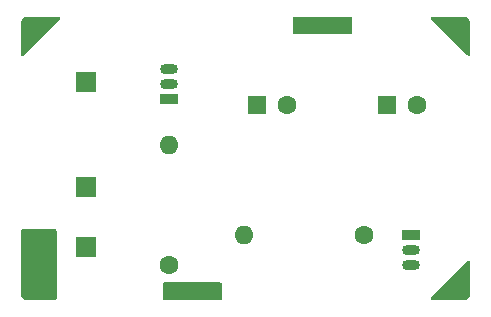
<source format=gbs>
%TF.GenerationSoftware,KiCad,Pcbnew,9.0.5*%
%TF.CreationDate,2026-01-24T20:46:11+00:00*%
%TF.ProjectId,Spectrum 48K Video Mod,53706563-7472-4756-9d20-34384b205669,1.0*%
%TF.SameCoordinates,Original*%
%TF.FileFunction,Soldermask,Bot*%
%TF.FilePolarity,Negative*%
%FSLAX46Y46*%
G04 Gerber Fmt 4.6, Leading zero omitted, Abs format (unit mm)*
G04 Created by KiCad (PCBNEW 9.0.5) date 2026-01-24 20:46:11*
%MOMM*%
%LPD*%
G01*
G04 APERTURE LIST*
%ADD10R,1.600000X1.600000*%
%ADD11C,1.600000*%
%ADD12R,1.700000X1.700000*%
%ADD13R,1.500000X0.900000*%
%ADD14O,1.500000X0.900000*%
%ADD15O,1.600000X1.600000*%
G04 APERTURE END LIST*
D10*
%TO.C,C1*%
X125000000Y-98500000D03*
D11*
X127500000Y-98500000D03*
%TD*%
D10*
%TO.C,C2*%
X136000000Y-98500000D03*
D11*
X138500000Y-98500000D03*
%TD*%
D12*
%TO.C,P1*%
X110490000Y-110490000D03*
%TD*%
%TO.C,P2*%
X110490000Y-105410000D03*
%TD*%
%TO.C,P3*%
X110490000Y-96520000D03*
%TD*%
D13*
%TO.C,Q1*%
X117500000Y-98000000D03*
D14*
X117500000Y-96730000D03*
X117500000Y-95460000D03*
%TD*%
D13*
%TO.C,Q2*%
X138000000Y-109500000D03*
D14*
X138000000Y-110770000D03*
X138000000Y-112040000D03*
%TD*%
D11*
%TO.C,R1*%
X117500000Y-112000000D03*
D15*
X117500000Y-101840000D03*
%TD*%
D11*
%TO.C,R2*%
X134000000Y-109500000D03*
D15*
X123840000Y-109500000D03*
%TD*%
G36*
X121942121Y-113520002D02*
G01*
X121988614Y-113573658D01*
X122000000Y-113626000D01*
X122000000Y-114874000D01*
X121979998Y-114942121D01*
X121926342Y-114988614D01*
X121874000Y-115000000D01*
X117126000Y-115000000D01*
X117057879Y-114979998D01*
X117011386Y-114926342D01*
X117000000Y-114874000D01*
X117000000Y-113626000D01*
X117020002Y-113557879D01*
X117073658Y-113511386D01*
X117126000Y-113500000D01*
X121874000Y-113500000D01*
X121942121Y-113520002D01*
G37*
G36*
X107942121Y-109020002D02*
G01*
X107988614Y-109073658D01*
X108000000Y-109126000D01*
X108000000Y-114874000D01*
X107979998Y-114942121D01*
X107926342Y-114988614D01*
X107874000Y-115000000D01*
X105508258Y-115000000D01*
X105491812Y-114998922D01*
X105387037Y-114985128D01*
X105355265Y-114976615D01*
X105265326Y-114939361D01*
X105236839Y-114922914D01*
X105159606Y-114863650D01*
X105136349Y-114840393D01*
X105077085Y-114763160D01*
X105060638Y-114734673D01*
X105023384Y-114644734D01*
X105014871Y-114612961D01*
X105001078Y-114508187D01*
X105000000Y-114491742D01*
X105000000Y-109126000D01*
X105020002Y-109057879D01*
X105073658Y-109011386D01*
X105126000Y-109000000D01*
X107874000Y-109000000D01*
X107942121Y-109020002D01*
G37*
G36*
X108263931Y-91020002D02*
G01*
X108310424Y-91073658D01*
X108320528Y-91143932D01*
X108291034Y-91208512D01*
X108284905Y-91215095D01*
X105215095Y-94284905D01*
X105152783Y-94318931D01*
X105081968Y-94313866D01*
X105025132Y-94271319D01*
X105000321Y-94204799D01*
X105000000Y-94195810D01*
X105000000Y-91508257D01*
X105001078Y-91491812D01*
X105014871Y-91387038D01*
X105023384Y-91355265D01*
X105060638Y-91265326D01*
X105077085Y-91236839D01*
X105136349Y-91159606D01*
X105159606Y-91136349D01*
X105236839Y-91077085D01*
X105265326Y-91060638D01*
X105355265Y-91023384D01*
X105387038Y-91014871D01*
X105491813Y-91001078D01*
X105508258Y-91000000D01*
X108195810Y-91000000D01*
X108263931Y-91020002D01*
G37*
G36*
X142918032Y-111686134D02*
G01*
X142974868Y-111728681D01*
X142999679Y-111795201D01*
X143000000Y-111804190D01*
X143000000Y-114491742D01*
X142998922Y-114508189D01*
X142985128Y-114612963D01*
X142976615Y-114644734D01*
X142939361Y-114734673D01*
X142922914Y-114763160D01*
X142863650Y-114840393D01*
X142840393Y-114863650D01*
X142763160Y-114922914D01*
X142734673Y-114939361D01*
X142644734Y-114976615D01*
X142612963Y-114985128D01*
X142508189Y-114998922D01*
X142491742Y-115000000D01*
X139804190Y-115000000D01*
X139736069Y-114979998D01*
X139689576Y-114926342D01*
X139679472Y-114856068D01*
X139708966Y-114791488D01*
X139715095Y-114784905D01*
X142784905Y-111715095D01*
X142847217Y-111681069D01*
X142918032Y-111686134D01*
G37*
G36*
X142508187Y-91001078D02*
G01*
X142612961Y-91014871D01*
X142644734Y-91023384D01*
X142734673Y-91060638D01*
X142763160Y-91077085D01*
X142840393Y-91136349D01*
X142863650Y-91159606D01*
X142922914Y-91236839D01*
X142939361Y-91265326D01*
X142976615Y-91355265D01*
X142985128Y-91387036D01*
X142998922Y-91491810D01*
X143000000Y-91508257D01*
X143000000Y-94195810D01*
X142979998Y-94263931D01*
X142926342Y-94310424D01*
X142856068Y-94320528D01*
X142791488Y-94291034D01*
X142784905Y-94284905D01*
X139715095Y-91215095D01*
X139681069Y-91152783D01*
X139686134Y-91081968D01*
X139728681Y-91025132D01*
X139795201Y-91000321D01*
X139804190Y-91000000D01*
X142491742Y-91000000D01*
X142508187Y-91001078D01*
G37*
G36*
X132942121Y-91020002D02*
G01*
X132988614Y-91073658D01*
X133000000Y-91126000D01*
X133000000Y-92374000D01*
X132979998Y-92442121D01*
X132926342Y-92488614D01*
X132874000Y-92500000D01*
X128126000Y-92500000D01*
X128057879Y-92479998D01*
X128011386Y-92426342D01*
X128000000Y-92374000D01*
X128000000Y-91126000D01*
X128020002Y-91057879D01*
X128073658Y-91011386D01*
X128126000Y-91000000D01*
X132874000Y-91000000D01*
X132942121Y-91020002D01*
G37*
M02*

</source>
